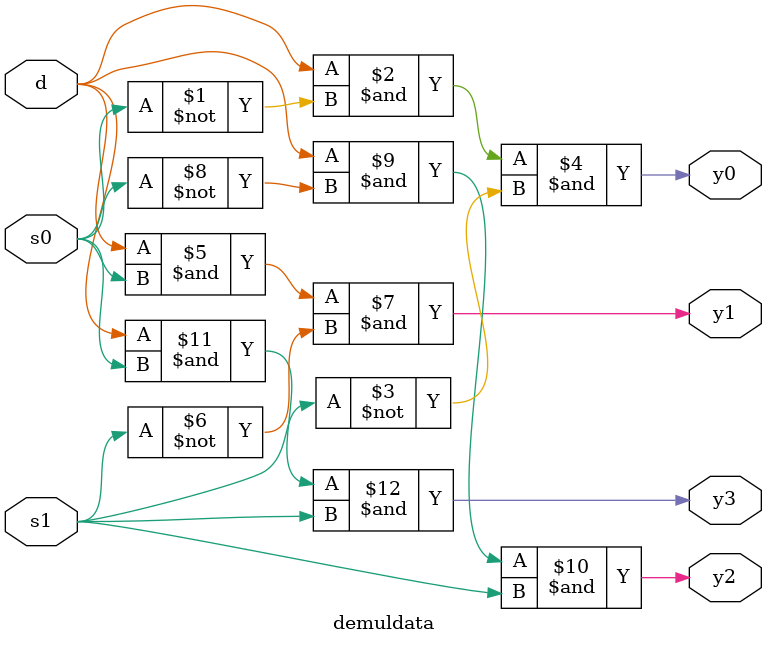
<source format=v>
module demuldata(d,y0,y1,y2,y3,s0,s1);
input d,s0,s1;
output y0,y1,y2,y3;
assign y0=(d&(~s0)&(~s1));
assign y1=(d&(s0)&(~s1));
assign y2=(d&(~s0)&(s1));
assign y3=(d&(s0)&(s1));
endmodule

</source>
